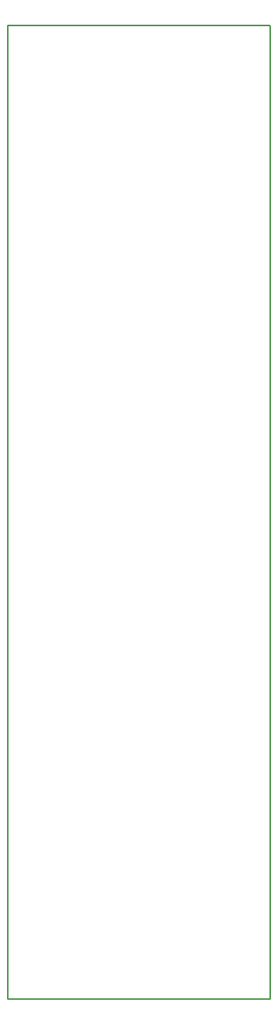
<source format=gko>
G04*
G04 #@! TF.GenerationSoftware,Altium Limited,Altium Designer,24.3.1 (35)*
G04*
G04 Layer_Color=16711935*
%FSLAX25Y25*%
%MOIN*%
G70*
G04*
G04 #@! TF.SameCoordinates,F9B35F18-39F2-4BAC-A9EF-380DD9FA1C01*
G04*
G04*
G04 #@! TF.FilePolarity,Positive*
G04*
G01*
G75*
%ADD10C,0.01000*%
D10*
X0Y0D02*
Y643701D01*
Y0D02*
X174016D01*
Y643307D01*
X173622Y643701D02*
X174016Y643307D01*
X0Y643701D02*
X173622D01*
M02*

</source>
